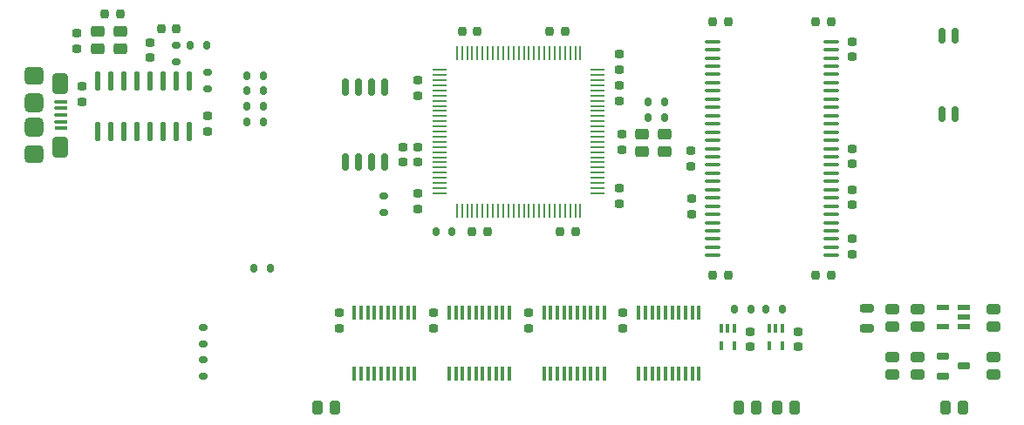
<source format=gtp>
G04 #@! TF.GenerationSoftware,KiCad,Pcbnew,7.0.10*
G04 #@! TF.CreationDate,2024-03-29T07:52:02-04:00*
G04 #@! TF.ProjectId,GR8RAM,47523852-414d-42e6-9b69-6361645f7063,1.0*
G04 #@! TF.SameCoordinates,Original*
G04 #@! TF.FileFunction,Paste,Top*
G04 #@! TF.FilePolarity,Positive*
%FSLAX46Y46*%
G04 Gerber Fmt 4.6, Leading zero omitted, Abs format (unit mm)*
G04 Created by KiCad (PCBNEW 7.0.10) date 2024-03-29 07:52:02*
%MOMM*%
%LPD*%
G01*
G04 APERTURE LIST*
G04 Aperture macros list*
%AMRoundRect*
0 Rectangle with rounded corners*
0 $1 Rounding radius*
0 $2 $3 $4 $5 $6 $7 $8 $9 X,Y pos of 4 corners*
0 Add a 4 corners polygon primitive as box body*
4,1,4,$2,$3,$4,$5,$6,$7,$8,$9,$2,$3,0*
0 Add four circle primitives for the rounded corners*
1,1,$1+$1,$2,$3*
1,1,$1+$1,$4,$5*
1,1,$1+$1,$6,$7*
1,1,$1+$1,$8,$9*
0 Add four rect primitives between the rounded corners*
20,1,$1+$1,$2,$3,$4,$5,0*
20,1,$1+$1,$4,$5,$6,$7,0*
20,1,$1+$1,$6,$7,$8,$9,0*
20,1,$1+$1,$8,$9,$2,$3,0*%
G04 Aperture macros list end*
%ADD10RoundRect,0.080000X-0.555000X0.080000X-0.555000X-0.080000X0.555000X-0.080000X0.555000X0.080000X0*%
%ADD11RoundRect,0.075000X-0.550000X0.075000X-0.550000X-0.075000X0.550000X-0.075000X0.550000X0.075000X0*%
%ADD12RoundRect,0.437500X-0.487500X0.437500X-0.487500X-0.437500X0.487500X-0.437500X0.487500X0.437500X0*%
%ADD13RoundRect,0.387500X-0.387500X0.637500X-0.387500X-0.637500X0.387500X-0.637500X0.387500X0.637500X0*%
%ADD14RoundRect,0.462500X-0.462500X0.462500X-0.462500X-0.462500X0.462500X-0.462500X0.462500X0.462500X0*%
%ADD15RoundRect,0.192500X-0.242500X0.192500X-0.242500X-0.192500X0.242500X-0.192500X0.242500X0.192500X0*%
%ADD16RoundRect,0.177500X0.177500X-0.559500X0.177500X0.559500X-0.177500X0.559500X-0.177500X-0.559500X0*%
%ADD17RoundRect,0.150000X-0.150000X-0.275000X0.150000X-0.275000X0.150000X0.275000X-0.150000X0.275000X0*%
%ADD18RoundRect,0.250000X0.250000X0.425000X-0.250000X0.425000X-0.250000X-0.425000X0.250000X-0.425000X0*%
%ADD19RoundRect,0.200000X-0.475000X0.200000X-0.475000X-0.200000X0.475000X-0.200000X0.475000X0.200000X0*%
%ADD20RoundRect,0.192500X0.242500X-0.192500X0.242500X0.192500X-0.242500X0.192500X-0.242500X-0.192500X0*%
%ADD21RoundRect,0.092500X0.092500X-0.592500X0.092500X0.592500X-0.092500X0.592500X-0.092500X-0.592500X0*%
%ADD22RoundRect,0.150000X0.150000X0.275000X-0.150000X0.275000X-0.150000X-0.275000X0.150000X-0.275000X0*%
%ADD23RoundRect,0.080000X-0.080000X0.380000X-0.080000X-0.380000X0.080000X-0.380000X0.080000X0.380000X0*%
%ADD24RoundRect,0.250000X0.425000X-0.250000X0.425000X0.250000X-0.425000X0.250000X-0.425000X-0.250000X0*%
%ADD25RoundRect,0.150000X0.275000X-0.150000X0.275000X0.150000X-0.275000X0.150000X-0.275000X-0.150000X0*%
%ADD26RoundRect,0.137500X0.487500X0.137500X-0.487500X0.137500X-0.487500X-0.137500X0.487500X-0.137500X0*%
%ADD27RoundRect,0.057500X0.057500X-0.645000X0.057500X0.645000X-0.057500X0.645000X-0.057500X-0.645000X0*%
%ADD28RoundRect,0.057500X0.645000X-0.057500X0.645000X0.057500X-0.645000X0.057500X-0.645000X-0.057500X0*%
%ADD29RoundRect,0.192500X0.192500X0.242500X-0.192500X0.242500X-0.192500X-0.242500X0.192500X-0.242500X0*%
%ADD30RoundRect,0.150000X-0.275000X0.150000X-0.275000X-0.150000X0.275000X-0.150000X0.275000X0.150000X0*%
%ADD31RoundRect,0.175000X-0.450000X-0.175000X0.450000X-0.175000X0.450000X0.175000X-0.450000X0.175000X0*%
%ADD32RoundRect,0.275000X0.375000X0.275000X-0.375000X0.275000X-0.375000X-0.275000X0.375000X-0.275000X0*%
%ADD33RoundRect,0.137500X-0.137500X0.812500X-0.137500X-0.812500X0.137500X-0.812500X0.137500X0.812500X0*%
%ADD34RoundRect,0.192500X-0.192500X-0.242500X0.192500X-0.242500X0.192500X0.242500X-0.192500X0.242500X0*%
%ADD35RoundRect,0.099500X0.625500X0.099500X-0.625500X0.099500X-0.625500X-0.099500X0.625500X-0.099500X0*%
%ADD36RoundRect,0.275000X-0.375000X-0.275000X0.375000X-0.275000X0.375000X0.275000X-0.375000X0.275000X0*%
%ADD37RoundRect,0.162500X-0.162500X0.662500X-0.162500X-0.662500X0.162500X-0.662500X0.162500X0.662500X0*%
%ADD38RoundRect,0.250000X-0.250000X-0.425000X0.250000X-0.425000X0.250000X0.425000X-0.250000X0.425000X0*%
G04 APERTURE END LIST*
D10*
X49675000Y-98500000D03*
X49675000Y-99150000D03*
X49675000Y-99800000D03*
X49675000Y-100450000D03*
D11*
X49675000Y-101100000D03*
D12*
X47000000Y-96000000D03*
D13*
X49550000Y-96700000D03*
D14*
X47000000Y-98600000D03*
X47000000Y-101000000D03*
D13*
X49550000Y-102900000D03*
D12*
X47000000Y-103600000D03*
D15*
X104200000Y-119050000D03*
X104200000Y-120550000D03*
D16*
X135128000Y-99695000D03*
X136398000Y-99695000D03*
X136398000Y-92075000D03*
X135128000Y-92075000D03*
D17*
X67650000Y-95950000D03*
X69250000Y-95950000D03*
D18*
X76200000Y-128270000D03*
X74500000Y-128270000D03*
D17*
X67650000Y-97450000D03*
X69250000Y-97450000D03*
D19*
X127850000Y-118600000D03*
X127850000Y-120500000D03*
D15*
X126450000Y-107050000D03*
X126450000Y-108550000D03*
X103800000Y-106900000D03*
X103800000Y-108400000D03*
D20*
X110800000Y-104800000D03*
X110800000Y-103300000D03*
X84300000Y-97900000D03*
X84300000Y-96400000D03*
D21*
X96500000Y-124950000D03*
X97150000Y-124950000D03*
X97800000Y-124950000D03*
X98450000Y-124950000D03*
X99100000Y-124950000D03*
X99750000Y-124950000D03*
X100400000Y-124950000D03*
X101050000Y-124950000D03*
X101700000Y-124950000D03*
X102350000Y-124950000D03*
X102350000Y-119050000D03*
X101700000Y-119050000D03*
X101050000Y-119050000D03*
X100400000Y-119050000D03*
X99750000Y-119050000D03*
X99100000Y-119050000D03*
X98450000Y-119050000D03*
X97800000Y-119050000D03*
X97150000Y-119050000D03*
X96500000Y-119050000D03*
D18*
X120826000Y-128270000D03*
X119126000Y-128270000D03*
D22*
X108200000Y-98550000D03*
X106600000Y-98550000D03*
D20*
X121200000Y-122350000D03*
X121200000Y-120850000D03*
D23*
X119650000Y-120500000D03*
X119000000Y-120500000D03*
X118350000Y-120500000D03*
X118350000Y-122200000D03*
X119650000Y-122200000D03*
D24*
X132750000Y-125050000D03*
X132750000Y-123350000D03*
D25*
X63436500Y-125158500D03*
X63436500Y-123558500D03*
D21*
X87300000Y-124950000D03*
X87950000Y-124950000D03*
X88600000Y-124950000D03*
X89250000Y-124950000D03*
X89900000Y-124950000D03*
X90550000Y-124950000D03*
X91200000Y-124950000D03*
X91850000Y-124950000D03*
X92500000Y-124950000D03*
X93150000Y-124950000D03*
X93150000Y-119050000D03*
X92500000Y-119050000D03*
X91850000Y-119050000D03*
X91200000Y-119050000D03*
X90550000Y-119050000D03*
X89900000Y-119050000D03*
X89250000Y-119050000D03*
X88600000Y-119050000D03*
X87950000Y-119050000D03*
X87300000Y-119050000D03*
D26*
X137300000Y-120400000D03*
X137300000Y-119450000D03*
X137300000Y-118500000D03*
X135200000Y-118500000D03*
X135200000Y-120400000D03*
D27*
X88050000Y-109062500D03*
X88550000Y-109062500D03*
X89050000Y-109062500D03*
X89550000Y-109062500D03*
X90050000Y-109062500D03*
X90550000Y-109062500D03*
X91050000Y-109062500D03*
X91550000Y-109062500D03*
X92050000Y-109062500D03*
X92550000Y-109062500D03*
X93050000Y-109062500D03*
X93550000Y-109062500D03*
X94050000Y-109062500D03*
X94550000Y-109062500D03*
X95050000Y-109062500D03*
X95550000Y-109062500D03*
X96050000Y-109062500D03*
X96550000Y-109062500D03*
X97050000Y-109062500D03*
X97550000Y-109062500D03*
X98050000Y-109062500D03*
X98550000Y-109062500D03*
X99050000Y-109062500D03*
X99550000Y-109062500D03*
X100050000Y-109062500D03*
D28*
X101712500Y-107400000D03*
X101712500Y-106900000D03*
X101712500Y-106400000D03*
X101712500Y-105900000D03*
X101712500Y-105400000D03*
X101712500Y-104900000D03*
X101712500Y-104400000D03*
X101712500Y-103900000D03*
X101712500Y-103400000D03*
X101712500Y-102900000D03*
X101712500Y-102400000D03*
X101712500Y-101900000D03*
X101712500Y-101400000D03*
X101712500Y-100900000D03*
X101712500Y-100400000D03*
X101712500Y-99900000D03*
X101712500Y-99400000D03*
X101712500Y-98900000D03*
X101712500Y-98400000D03*
X101712500Y-97900000D03*
X101712500Y-97400000D03*
X101712500Y-96900000D03*
X101712500Y-96400000D03*
X101712500Y-95900000D03*
X101712500Y-95400000D03*
D27*
X100050000Y-93737500D03*
X99550000Y-93737500D03*
X99050000Y-93737500D03*
X98550000Y-93737500D03*
X98050000Y-93737500D03*
X97550000Y-93737500D03*
X97050000Y-93737500D03*
X96550000Y-93737500D03*
X96050000Y-93737500D03*
X95550000Y-93737500D03*
X95050000Y-93737500D03*
X94550000Y-93737500D03*
X94050000Y-93737500D03*
X93550000Y-93737500D03*
X93050000Y-93737500D03*
X92550000Y-93737500D03*
X92050000Y-93737500D03*
X91550000Y-93737500D03*
X91050000Y-93737500D03*
X90550000Y-93737500D03*
X90050000Y-93737500D03*
X89550000Y-93737500D03*
X89050000Y-93737500D03*
X88550000Y-93737500D03*
X88050000Y-93737500D03*
D28*
X86387500Y-95400000D03*
X86387500Y-95900000D03*
X86387500Y-96400000D03*
X86387500Y-96900000D03*
X86387500Y-97400000D03*
X86387500Y-97900000D03*
X86387500Y-98400000D03*
X86387500Y-98900000D03*
X86387500Y-99400000D03*
X86387500Y-99900000D03*
X86387500Y-100400000D03*
X86387500Y-100900000D03*
X86387500Y-101400000D03*
X86387500Y-101900000D03*
X86387500Y-102400000D03*
X86387500Y-102900000D03*
X86387500Y-103400000D03*
X86387500Y-103900000D03*
X86387500Y-104400000D03*
X86387500Y-104900000D03*
X86387500Y-105400000D03*
X86387500Y-105900000D03*
X86387500Y-106400000D03*
X86387500Y-106900000D03*
X86387500Y-107400000D03*
D20*
X110850000Y-109450000D03*
X110850000Y-107950000D03*
D24*
X140100000Y-120400000D03*
X140100000Y-118700000D03*
D15*
X126450000Y-103050000D03*
X126450000Y-104550000D03*
D24*
X130350000Y-120400000D03*
X130350000Y-118700000D03*
D29*
X124400000Y-115350000D03*
X122900000Y-115350000D03*
X114400000Y-115350000D03*
X112900000Y-115350000D03*
D30*
X63436500Y-120459500D03*
X63436500Y-122059500D03*
D20*
X58293000Y-94234000D03*
X58293000Y-92734000D03*
D17*
X86000000Y-111150000D03*
X87600000Y-111150000D03*
D21*
X78100000Y-124950000D03*
X78750000Y-124950000D03*
X79400000Y-124950000D03*
X80050000Y-124950000D03*
X80700000Y-124950000D03*
X81350000Y-124950000D03*
X82000000Y-124950000D03*
X82650000Y-124950000D03*
X83300000Y-124950000D03*
X83950000Y-124950000D03*
X83950000Y-119050000D03*
X83300000Y-119050000D03*
X82650000Y-119050000D03*
X82000000Y-119050000D03*
X81350000Y-119050000D03*
X80700000Y-119050000D03*
X80050000Y-119050000D03*
X79400000Y-119050000D03*
X78750000Y-119050000D03*
X78100000Y-119050000D03*
D20*
X116500000Y-122350000D03*
X116500000Y-120850000D03*
D15*
X95000000Y-119050000D03*
X95000000Y-120550000D03*
D25*
X80950000Y-109300000D03*
X80950000Y-107700000D03*
D20*
X51650000Y-98500000D03*
X51650000Y-97000000D03*
D29*
X60833000Y-91376500D03*
X59333000Y-91376500D03*
D31*
X135200000Y-123250000D03*
X135200000Y-125150000D03*
X137300000Y-124200000D03*
D32*
X55399400Y-91650600D03*
X53199400Y-91650600D03*
X53199400Y-93350600D03*
X55399400Y-93350600D03*
D29*
X124400000Y-90750000D03*
X122900000Y-90750000D03*
D33*
X62103000Y-96458000D03*
X60833000Y-96458000D03*
X59563000Y-96458000D03*
X58293000Y-96458000D03*
X57023000Y-96458000D03*
X55753000Y-96458000D03*
X54483000Y-96458000D03*
X53213000Y-96458000D03*
X53213000Y-101408000D03*
X54483000Y-101408000D03*
X55753000Y-101408000D03*
X57023000Y-101408000D03*
X58293000Y-101408000D03*
X59563000Y-101408000D03*
X60833000Y-101408000D03*
X62103000Y-101408000D03*
D25*
X60833000Y-94627500D03*
X60833000Y-93027500D03*
D20*
X63817500Y-101409500D03*
X63817500Y-99909500D03*
D17*
X62166500Y-93027500D03*
X63766500Y-93027500D03*
D20*
X51199400Y-93350600D03*
X51199400Y-91850600D03*
D34*
X88550000Y-91650000D03*
X90050000Y-91650000D03*
D15*
X85800000Y-119050000D03*
X85800000Y-120550000D03*
D20*
X82800000Y-104400000D03*
X82800000Y-102900000D03*
D35*
X124400000Y-113450000D03*
X124400000Y-112650000D03*
X124400000Y-111850000D03*
X124400000Y-111050000D03*
X124400000Y-110250000D03*
X124400000Y-109450000D03*
X124400000Y-108650000D03*
X124400000Y-107850000D03*
X124400000Y-107050000D03*
X124400000Y-106250000D03*
X124400000Y-105450000D03*
X124400000Y-104650000D03*
X124400000Y-103850000D03*
X124400000Y-103050000D03*
X124400000Y-102250000D03*
X124400000Y-101450000D03*
X124400000Y-100650000D03*
X124400000Y-99850000D03*
X124400000Y-99050000D03*
X124400000Y-98250000D03*
X124400000Y-97450000D03*
X124400000Y-96650000D03*
X124400000Y-95850000D03*
X124400000Y-95050000D03*
X124400000Y-94250000D03*
X124400000Y-93450000D03*
X124400000Y-92650000D03*
X112900000Y-92650000D03*
X112900000Y-93450000D03*
X112900000Y-94250000D03*
X112900000Y-95050000D03*
X112900000Y-95850000D03*
X112900000Y-96650000D03*
X112900000Y-97450000D03*
X112900000Y-98250000D03*
X112900000Y-99050000D03*
X112900000Y-99850000D03*
X112900000Y-100650000D03*
X112900000Y-101450000D03*
X112900000Y-102250000D03*
X112900000Y-103050000D03*
X112900000Y-103850000D03*
X112900000Y-104650000D03*
X112900000Y-105450000D03*
X112900000Y-106250000D03*
X112900000Y-107050000D03*
X112900000Y-107850000D03*
X112900000Y-108650000D03*
X112900000Y-109450000D03*
X112900000Y-110250000D03*
X112900000Y-111050000D03*
X112900000Y-111850000D03*
X112900000Y-112650000D03*
X112900000Y-113450000D03*
D17*
X67650000Y-98950000D03*
X69250000Y-98950000D03*
D23*
X115000000Y-120500000D03*
X114350000Y-120500000D03*
X113700000Y-120500000D03*
X113700000Y-122200000D03*
X115000000Y-122200000D03*
D15*
X103800000Y-96900000D03*
X103800000Y-98400000D03*
D36*
X106000000Y-103350000D03*
X108200000Y-103350000D03*
X108200000Y-101650000D03*
X106000000Y-101650000D03*
D20*
X84300000Y-104400000D03*
X84300000Y-102900000D03*
D15*
X104050000Y-101650000D03*
X104050000Y-103150000D03*
D29*
X114400000Y-90750000D03*
X112900000Y-90750000D03*
D18*
X137160000Y-128270000D03*
X135460000Y-128270000D03*
D37*
X81026000Y-97061000D03*
X79756000Y-97061000D03*
X78486000Y-97061000D03*
X77216000Y-97061000D03*
X77216000Y-104361000D03*
X78486000Y-104361000D03*
X79756000Y-104361000D03*
X81026000Y-104361000D03*
D17*
X106600000Y-100050000D03*
X108200000Y-100050000D03*
X118050000Y-118700000D03*
X119650000Y-118700000D03*
D29*
X55400000Y-90000600D03*
X53900000Y-90000600D03*
X99550000Y-111150000D03*
X98050000Y-111150000D03*
D15*
X126450000Y-92650000D03*
X126450000Y-94150000D03*
D24*
X130350000Y-125050000D03*
X130350000Y-123350000D03*
D20*
X103800000Y-95400000D03*
X103800000Y-93900000D03*
D30*
X63817500Y-95656500D03*
X63817500Y-97256500D03*
D22*
X116600000Y-118700000D03*
X115000000Y-118700000D03*
D29*
X98550000Y-91650000D03*
X97050000Y-91650000D03*
D38*
X115394000Y-128270000D03*
X117094000Y-128270000D03*
D21*
X105700000Y-124950000D03*
X106350000Y-124950000D03*
X107000000Y-124950000D03*
X107650000Y-124950000D03*
X108300000Y-124950000D03*
X108950000Y-124950000D03*
X109600000Y-124950000D03*
X110250000Y-124950000D03*
X110900000Y-124950000D03*
X111550000Y-124950000D03*
X111550000Y-119050000D03*
X110900000Y-119050000D03*
X110250000Y-119050000D03*
X109600000Y-119050000D03*
X108950000Y-119050000D03*
X108300000Y-119050000D03*
X107650000Y-119050000D03*
X107000000Y-119050000D03*
X106350000Y-119050000D03*
X105700000Y-119050000D03*
D22*
X69250000Y-100450000D03*
X67650000Y-100450000D03*
D17*
X68350000Y-114650000D03*
X69950000Y-114650000D03*
D15*
X84300000Y-107400000D03*
X84300000Y-108900000D03*
D24*
X140100000Y-125050000D03*
X140100000Y-123350000D03*
D34*
X89550000Y-111150000D03*
X91050000Y-111150000D03*
D24*
X132750000Y-120400000D03*
X132750000Y-118700000D03*
D15*
X76600000Y-119050000D03*
X76600000Y-120550000D03*
X126450000Y-111850000D03*
X126450000Y-113350000D03*
M02*

</source>
